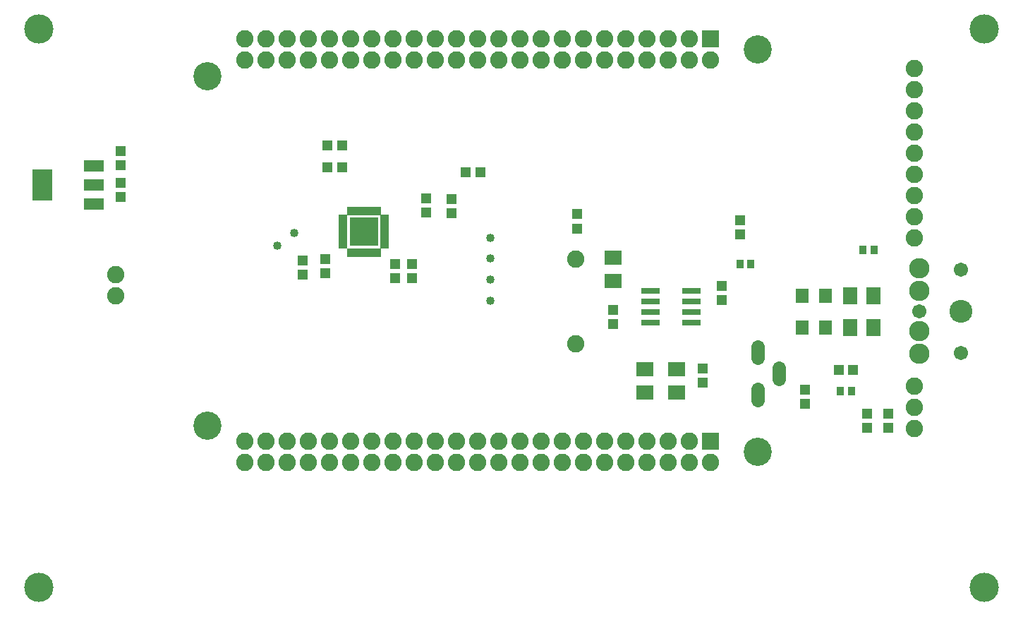
<source format=gts>
G75*
%MOIN*%
%OFA0B0*%
%FSLAX24Y24*%
%IPPOS*%
%LPD*%
%AMOC8*
5,1,8,0,0,1.08239X$1,22.5*
%
%ADD10C,0.1380*%
%ADD11C,0.1330*%
%ADD12R,0.0820X0.0820*%
%ADD13C,0.0820*%
%ADD14R,0.0474X0.0513*%
%ADD15R,0.0789X0.0710*%
%ADD16R,0.0631X0.0710*%
%ADD17R,0.0710X0.0789*%
%ADD18R,0.0356X0.0434*%
%ADD19R,0.0513X0.0474*%
%ADD20R,0.0192X0.0395*%
%ADD21R,0.0395X0.0192*%
%ADD22R,0.1320X0.1320*%
%ADD23R,0.0860X0.0300*%
%ADD24R,0.0960X0.0560*%
%ADD25R,0.0946X0.1497*%
%ADD26C,0.0400*%
%ADD27C,0.0640*%
%ADD28C,0.1080*%
%ADD29C,0.0966*%
%ADD30C,0.0671*%
D10*
X001912Y003014D03*
X001912Y029392D03*
X046557Y029392D03*
X046557Y003014D03*
D11*
X035886Y009418D03*
X009886Y010668D03*
X009886Y027168D03*
X035886Y028418D03*
D12*
X033636Y028918D03*
X033636Y009918D03*
D13*
X032636Y009918D03*
X031636Y009918D03*
X030636Y009918D03*
X029636Y009918D03*
X028636Y009918D03*
X027636Y009918D03*
X026636Y009918D03*
X025636Y009918D03*
X024636Y009918D03*
X023636Y009918D03*
X022636Y009918D03*
X021636Y009918D03*
X020636Y009918D03*
X019636Y009918D03*
X018636Y009918D03*
X017636Y009918D03*
X016636Y009918D03*
X015636Y009918D03*
X014636Y009918D03*
X013636Y009918D03*
X012636Y009918D03*
X011636Y009918D03*
X011636Y008918D03*
X012636Y008918D03*
X013636Y008918D03*
X014636Y008918D03*
X015636Y008918D03*
X016636Y008918D03*
X017636Y008918D03*
X018636Y008918D03*
X019636Y008918D03*
X020636Y008918D03*
X021636Y008918D03*
X022636Y008918D03*
X023636Y008918D03*
X024636Y008918D03*
X025636Y008918D03*
X026636Y008918D03*
X027636Y008918D03*
X028636Y008918D03*
X029636Y008918D03*
X030636Y008918D03*
X031636Y008918D03*
X032636Y008918D03*
X033636Y008918D03*
X027284Y014534D03*
X027284Y018534D03*
X027636Y027918D03*
X026636Y027918D03*
X025636Y027918D03*
X024636Y027918D03*
X023636Y027918D03*
X022636Y027918D03*
X021636Y027918D03*
X020636Y027918D03*
X019636Y027918D03*
X018636Y027918D03*
X017636Y027918D03*
X016636Y027918D03*
X015636Y027918D03*
X014636Y027918D03*
X013636Y027918D03*
X012636Y027918D03*
X012636Y028918D03*
X013636Y028918D03*
X014636Y028918D03*
X015636Y028918D03*
X016636Y028918D03*
X017636Y028918D03*
X018636Y028918D03*
X019636Y028918D03*
X020636Y028918D03*
X021636Y028918D03*
X022636Y028918D03*
X023636Y028918D03*
X024636Y028918D03*
X025636Y028918D03*
X026636Y028918D03*
X027636Y028918D03*
X028636Y028918D03*
X029636Y028918D03*
X030636Y028918D03*
X031636Y028918D03*
X032636Y028918D03*
X032636Y027918D03*
X031636Y027918D03*
X030636Y027918D03*
X029636Y027918D03*
X028636Y027918D03*
X033636Y027918D03*
X043284Y027534D03*
X043284Y026534D03*
X043284Y025534D03*
X043284Y024534D03*
X043284Y023534D03*
X043284Y022534D03*
X043284Y021534D03*
X043284Y020534D03*
X043284Y019534D03*
X043284Y012534D03*
X043284Y011534D03*
X043284Y010534D03*
X011636Y027918D03*
X011636Y028918D03*
X005534Y017784D03*
X005534Y016784D03*
D14*
X005784Y021449D03*
X005784Y022118D03*
X005784Y022949D03*
X005784Y023618D03*
X014382Y018469D03*
X014382Y017799D03*
X015435Y017853D03*
X015435Y018522D03*
X018725Y018292D03*
X018725Y017622D03*
X019549Y017622D03*
X019549Y018292D03*
X020221Y020738D03*
X020221Y021408D03*
X021410Y021366D03*
X021410Y020697D03*
X027327Y020647D03*
X027327Y019978D03*
X029034Y016118D03*
X029034Y015449D03*
X033284Y013368D03*
X033284Y012699D03*
X038109Y012368D03*
X038109Y011699D03*
X041034Y011243D03*
X041034Y010574D03*
X042034Y010574D03*
X042034Y011243D03*
X034177Y016597D03*
X034177Y017266D03*
X035034Y019699D03*
X035034Y020368D03*
D15*
X029034Y018585D03*
X029034Y017483D03*
X030534Y013335D03*
X030534Y012233D03*
X032034Y012233D03*
X032034Y013335D03*
D16*
X037983Y015284D03*
X039085Y015284D03*
X039085Y016784D03*
X037983Y016784D03*
D17*
X040233Y016784D03*
X041335Y016784D03*
X041335Y015284D03*
X040233Y015284D03*
D18*
X040290Y012284D03*
X039778Y012284D03*
X035540Y018284D03*
X035028Y018284D03*
X040848Y018962D03*
X041359Y018962D03*
D19*
X040368Y013284D03*
X039699Y013284D03*
X022756Y022644D03*
X022087Y022644D03*
X016223Y022847D03*
X015553Y022847D03*
X015553Y023900D03*
X016223Y023900D03*
D20*
X016577Y020809D03*
X016774Y020809D03*
X016971Y020809D03*
X017168Y020809D03*
X017364Y020809D03*
X017561Y020809D03*
X017758Y020809D03*
X017955Y020809D03*
X017955Y018841D03*
X017758Y018841D03*
X017561Y018841D03*
X017364Y018841D03*
X017168Y018841D03*
X016971Y018841D03*
X016774Y018841D03*
X016577Y018841D03*
D21*
X016282Y019136D03*
X016282Y019333D03*
X016282Y019530D03*
X016282Y019727D03*
X016282Y019923D03*
X016282Y020120D03*
X016282Y020317D03*
X016282Y020514D03*
X018250Y020514D03*
X018250Y020317D03*
X018250Y020120D03*
X018250Y019923D03*
X018250Y019727D03*
X018250Y019530D03*
X018250Y019333D03*
X018250Y019136D03*
D22*
X017266Y019825D03*
D23*
X030814Y017034D03*
X030814Y016534D03*
X030814Y016034D03*
X030814Y015534D03*
X032754Y015534D03*
X032754Y016034D03*
X032754Y016534D03*
X032754Y017034D03*
D24*
X004504Y021124D03*
X004504Y022034D03*
X004504Y022944D03*
D25*
X002064Y022034D03*
D26*
X013171Y019177D03*
X013975Y019768D03*
X023229Y019518D03*
X023229Y018565D03*
X023229Y017565D03*
X023229Y016549D03*
D27*
X035860Y014412D02*
X035860Y013852D01*
X036860Y013412D02*
X036860Y012852D01*
X035860Y012412D02*
X035860Y011852D01*
D28*
X045471Y016073D03*
D29*
X043502Y015128D03*
X043502Y014065D03*
X043502Y017018D03*
X043502Y018081D03*
D30*
X045471Y018042D03*
X043502Y016073D03*
X045471Y014105D03*
M02*

</source>
